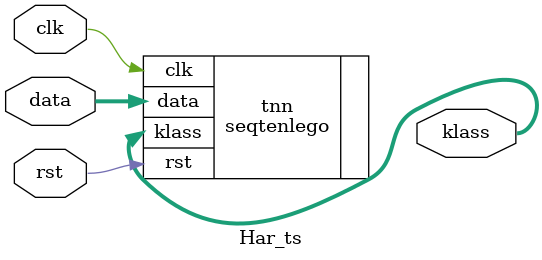
<source format=v>












module Har_ts #(

parameter N = 12,
parameter M = 40,
parameter B = 4,
parameter C = 6,
parameter Ts = 5




  ) (
  input clk,
  input rst,
  input [N*B-1:0] data,
  output [$clog2(C)-1:0] klass
  );

  seqtenlego #(
      .N(N),.B(B),.M(M),.C(C),
  .Wvals(480'b000001000100011011010000000001110000000111000001010001010000000001010001111110000001011100010010000000010010000010000000010110100011000110100000110101110000100100000000000010000000100001000100011100100100010011001000001100100000100000000000100011010000101000010100111001000100010000001100000111100000010110001000011001011100110100100000110110000000001100000010010001100110100000101000110100000001000010000000000001100001001100100000001100011000001101001000001110011000000000100000),
  .Wzero(480'b100101010100111111110001010011110111111111000011111001010101100011110111111110000101011111110010000100010110011011000100110110111111011110110100111101111110100110110001001010000000101101110101111110110101010111101101001100100000100111001100100011010100101001010100111101010111010011001101010111100001011111101101011001011100111100100000111110101000101100010011110111110110110011101111110110101001010110001000110101111001101100100000101110011011101101011101111110011100110011110011),
  .Wnnz(640'h0a0702070707060b050a0705070806060606060a0604060707090705060806080809080806060408),
  .WvalsX(89'b10010110011111001000011111001110110110101011011001101110001000101101101100100001101100111),  // Bits of not-zeroes
  .WcolX(712'h272623201d1b1a1712110d0b03002623201f1d19120e0c0b0805042622201f1d18151211100b04010021201b1a1918161512110d0a060100242322211f1d18161412100e0c0b0a06052422201e1c1a1918161411100e0d0a06), // Column of non-zeros
  .WrowX(56'h594b3e30211000) // Column of non-zeros // Start indices per row
      ) tnn (
    .clk(clk),
    .rst(rst),
    .data(data),
    .klass(klass)
  );

endmodule

</source>
